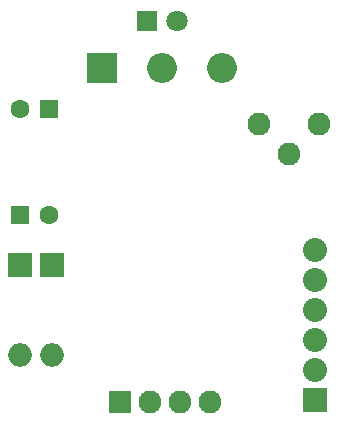
<source format=gbs>
G04 #@! TF.GenerationSoftware,KiCad,Pcbnew,(5.99.0-7307-g71ab42e60a)*
G04 #@! TF.CreationDate,2020-12-03T10:10:09+02:00*
G04 #@! TF.ProjectId,agudo,61677564-6f2e-46b6-9963-61645f706362,rev?*
G04 #@! TF.SameCoordinates,Original*
G04 #@! TF.FileFunction,Soldermask,Bot*
G04 #@! TF.FilePolarity,Negative*
%FSLAX46Y46*%
G04 Gerber Fmt 4.6, Leading zero omitted, Abs format (unit mm)*
G04 Created by KiCad (PCBNEW (5.99.0-7307-g71ab42e60a)) date 2020-12-03 10:10:09*
%MOMM*%
%LPD*%
G01*
G04 APERTURE LIST*
%ADD10R,1.600000X1.600000*%
%ADD11C,1.600000*%
%ADD12R,2.540000X2.540000*%
%ADD13O,2.540000X2.540000*%
%ADD14R,2.000000X2.000000*%
%ADD15O,2.000000X2.000000*%
%ADD16R,2.032000X2.032000*%
%ADD17O,2.032000X2.032000*%
%ADD18R,1.930400X1.930400*%
%ADD19O,1.930400X1.930400*%
%ADD20R,1.800000X1.800000*%
%ADD21C,1.800000*%
G04 APERTURE END LIST*
D10*
G04 #@! TO.C,C2*
X60750000Y-115750000D03*
D11*
X63250000Y-115750000D03*
G04 #@! TD*
D12*
G04 #@! TO.C,RV2*
X67670000Y-103250000D03*
D13*
X72750000Y-103250000D03*
X77830000Y-103250000D03*
G04 #@! TD*
D14*
G04 #@! TO.C,D2*
X63500000Y-119940000D03*
D15*
X63500000Y-127560000D03*
G04 #@! TD*
D14*
G04 #@! TO.C,D1*
X60750000Y-119940000D03*
D15*
X60750000Y-127560000D03*
G04 #@! TD*
D16*
G04 #@! TO.C,SW1*
X85750000Y-131330000D03*
D17*
X85750000Y-128790000D03*
X85750000Y-126250000D03*
X85750000Y-123710000D03*
X85750000Y-121170000D03*
X85750000Y-118630000D03*
G04 #@! TD*
D18*
G04 #@! TO.C,J1*
X69190000Y-131500000D03*
D19*
X71730000Y-131500000D03*
X74270000Y-131500000D03*
X76810000Y-131500000D03*
G04 #@! TD*
D10*
G04 #@! TO.C,C8*
X63250000Y-106750000D03*
D11*
X60750000Y-106750000D03*
G04 #@! TD*
D19*
G04 #@! TO.C,RV1*
X86040000Y-108000000D03*
X83500000Y-110540000D03*
X80960000Y-108000000D03*
G04 #@! TD*
D20*
G04 #@! TO.C,D3*
X71500000Y-99250000D03*
D21*
X74040000Y-99250000D03*
G04 #@! TD*
M02*

</source>
